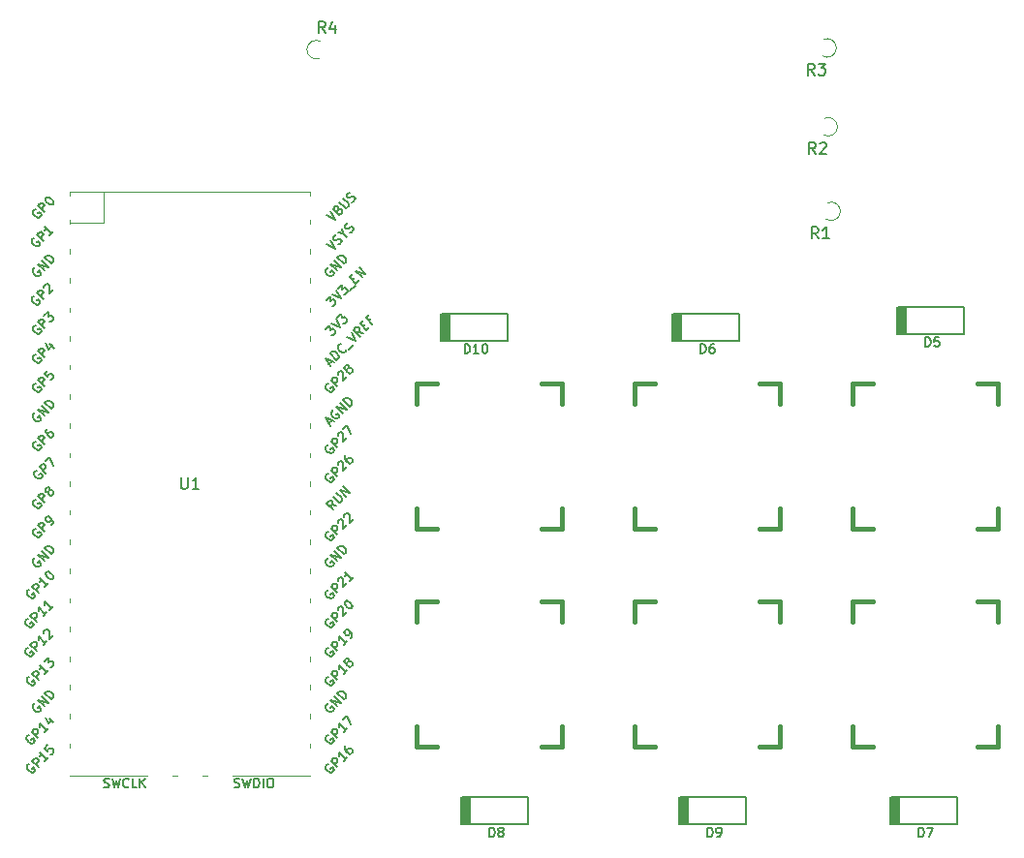
<source format=gto>
%TF.GenerationSoftware,KiCad,Pcbnew,(5.1.9)-1*%
%TF.CreationDate,2021-02-07T17:12:47-05:00*%
%TF.ProjectId,MacroBoard,4d616372-6f42-46f6-9172-642e6b696361,rev?*%
%TF.SameCoordinates,Original*%
%TF.FileFunction,Legend,Top*%
%TF.FilePolarity,Positive*%
%FSLAX46Y46*%
G04 Gerber Fmt 4.6, Leading zero omitted, Abs format (unit mm)*
G04 Created by KiCad (PCBNEW (5.1.9)-1) date 2021-02-07 17:12:47*
%MOMM*%
%LPD*%
G01*
G04 APERTURE LIST*
%ADD10C,0.120000*%
%ADD11C,0.200000*%
%ADD12C,0.381000*%
%ADD13C,0.150000*%
G04 APERTURE END LIST*
D10*
%TO.C,U1*%
X122543750Y-101700000D02*
X122943750Y-101700000D01*
X119943750Y-101700000D02*
X120343750Y-101700000D01*
X131943750Y-101700000D02*
X125143750Y-101700000D01*
X131943750Y-91300000D02*
X131943750Y-91700000D01*
X131943750Y-83600000D02*
X131943750Y-84000000D01*
X131943750Y-58200000D02*
X131943750Y-58600000D01*
X131943750Y-50700000D02*
X131943750Y-51000000D01*
X131943750Y-73500000D02*
X131943750Y-73900000D01*
X131943750Y-88700000D02*
X131943750Y-89100000D01*
X131943750Y-68400000D02*
X131943750Y-68800000D01*
X131943750Y-63300000D02*
X131943750Y-63700000D01*
X131943750Y-76000000D02*
X131943750Y-76400000D01*
X131943750Y-81100000D02*
X131943750Y-81500000D01*
X131943750Y-96300000D02*
X131943750Y-96700000D01*
X131943750Y-98900000D02*
X131943750Y-99300000D01*
X131943750Y-93800000D02*
X131943750Y-94200000D01*
X131943750Y-60800000D02*
X131943750Y-61200000D01*
X131943750Y-53100000D02*
X131943750Y-53500000D01*
X131943750Y-55700000D02*
X131943750Y-56100000D01*
X131943750Y-86200000D02*
X131943750Y-86600000D01*
X131943750Y-78500000D02*
X131943750Y-78900000D01*
X131943750Y-70900000D02*
X131943750Y-71300000D01*
X131943750Y-65800000D02*
X131943750Y-66200000D01*
X110943750Y-98900000D02*
X110943750Y-99300000D01*
X110943750Y-96300000D02*
X110943750Y-96700000D01*
X110943750Y-93800000D02*
X110943750Y-94200000D01*
X110943750Y-91300000D02*
X110943750Y-91700000D01*
X110943750Y-88700000D02*
X110943750Y-89100000D01*
X110943750Y-86200000D02*
X110943750Y-86600000D01*
X110943750Y-83600000D02*
X110943750Y-84000000D01*
X110943750Y-81100000D02*
X110943750Y-81500000D01*
X110943750Y-78500000D02*
X110943750Y-78900000D01*
X110943750Y-76000000D02*
X110943750Y-76400000D01*
X110943750Y-73500000D02*
X110943750Y-73900000D01*
X110943750Y-70900000D02*
X110943750Y-71300000D01*
X110943750Y-68400000D02*
X110943750Y-68800000D01*
X110943750Y-65800000D02*
X110943750Y-66200000D01*
X110943750Y-63300000D02*
X110943750Y-63700000D01*
X110943750Y-60800000D02*
X110943750Y-61200000D01*
X110943750Y-58200000D02*
X110943750Y-58600000D01*
X110943750Y-55700000D02*
X110943750Y-56100000D01*
X110943750Y-53100000D02*
X110943750Y-53500000D01*
X110943750Y-50700000D02*
X110943750Y-51000000D01*
X113950750Y-53367000D02*
X113950750Y-50700000D01*
X110943750Y-53367000D02*
X113950750Y-53367000D01*
X117743750Y-101700000D02*
X110943750Y-101700000D01*
X110943750Y-50700000D02*
X131943750Y-50700000D01*
D11*
%TO.C,D5*%
X184057969Y-60712552D02*
X184057969Y-63112552D01*
X183882969Y-60712552D02*
X183882969Y-63112552D01*
X183707969Y-60712552D02*
X183707969Y-63112552D01*
X183307969Y-63112552D02*
X183307969Y-60712552D01*
X183532969Y-60712552D02*
X183532969Y-63112552D01*
X183407969Y-60712552D02*
X183407969Y-63112552D01*
X183332969Y-60712552D02*
X189132969Y-60712552D01*
X189132969Y-60712552D02*
X189132969Y-63112552D01*
X189132969Y-63112552D02*
X183332969Y-63112552D01*
%TO.C,D6*%
X164412640Y-61307865D02*
X164412640Y-63707865D01*
X164237640Y-61307865D02*
X164237640Y-63707865D01*
X164062640Y-61307865D02*
X164062640Y-63707865D01*
X163662640Y-63707865D02*
X163662640Y-61307865D01*
X163887640Y-61307865D02*
X163887640Y-63707865D01*
X163762640Y-61307865D02*
X163762640Y-63707865D01*
X163687640Y-61307865D02*
X169487640Y-61307865D01*
X169487640Y-61307865D02*
X169487640Y-63707865D01*
X169487640Y-63707865D02*
X163687640Y-63707865D01*
%TO.C,D7*%
X188537656Y-105975088D02*
X182737656Y-105975088D01*
X188537656Y-103575088D02*
X188537656Y-105975088D01*
X182737656Y-103575088D02*
X188537656Y-103575088D01*
X182812656Y-103575088D02*
X182812656Y-105975088D01*
X182937656Y-103575088D02*
X182937656Y-105975088D01*
X182712656Y-105975088D02*
X182712656Y-103575088D01*
X183112656Y-103575088D02*
X183112656Y-105975088D01*
X183287656Y-103575088D02*
X183287656Y-105975088D01*
X183462656Y-103575088D02*
X183462656Y-105975088D01*
%TO.C,D8*%
X151032937Y-105975088D02*
X145232937Y-105975088D01*
X151032937Y-103575088D02*
X151032937Y-105975088D01*
X145232937Y-103575088D02*
X151032937Y-103575088D01*
X145307937Y-103575088D02*
X145307937Y-105975088D01*
X145432937Y-103575088D02*
X145432937Y-105975088D01*
X145207937Y-105975088D02*
X145207937Y-103575088D01*
X145607937Y-103575088D02*
X145607937Y-105975088D01*
X145782937Y-103575088D02*
X145782937Y-105975088D01*
X145957937Y-103575088D02*
X145957937Y-105975088D01*
%TO.C,D9*%
X170082953Y-105975088D02*
X164282953Y-105975088D01*
X170082953Y-103575088D02*
X170082953Y-105975088D01*
X164282953Y-103575088D02*
X170082953Y-103575088D01*
X164357953Y-103575088D02*
X164357953Y-105975088D01*
X164482953Y-103575088D02*
X164482953Y-105975088D01*
X164257953Y-105975088D02*
X164257953Y-103575088D01*
X164657953Y-103575088D02*
X164657953Y-105975088D01*
X164832953Y-103575088D02*
X164832953Y-105975088D01*
X165007953Y-103575088D02*
X165007953Y-105975088D01*
%TO.C,D10*%
X144171998Y-61307865D02*
X144171998Y-63707865D01*
X143996998Y-61307865D02*
X143996998Y-63707865D01*
X143821998Y-61307865D02*
X143821998Y-63707865D01*
X143421998Y-63707865D02*
X143421998Y-61307865D01*
X143646998Y-61307865D02*
X143646998Y-63707865D01*
X143521998Y-61307865D02*
X143521998Y-63707865D01*
X143446998Y-61307865D02*
X149246998Y-61307865D01*
X149246998Y-61307865D02*
X149246998Y-63707865D01*
X149246998Y-63707865D02*
X143446998Y-63707865D01*
D12*
%TO.C,K1*%
X160337500Y-67468750D02*
X162115500Y-67468750D01*
X171259500Y-67468750D02*
X173037500Y-67468750D01*
X173037500Y-67468750D02*
X173037500Y-69246750D01*
X173037500Y-78390750D02*
X173037500Y-80168750D01*
X173037500Y-80168750D02*
X171259500Y-80168750D01*
X162115500Y-80168750D02*
X160337500Y-80168750D01*
X160337500Y-80168750D02*
X160337500Y-78390750D01*
X160337500Y-69246750D02*
X160337500Y-67468750D01*
%TO.C,K2*%
X179387500Y-86518750D02*
X181165500Y-86518750D01*
X190309500Y-86518750D02*
X192087500Y-86518750D01*
X192087500Y-86518750D02*
X192087500Y-88296750D01*
X192087500Y-97440750D02*
X192087500Y-99218750D01*
X192087500Y-99218750D02*
X190309500Y-99218750D01*
X181165500Y-99218750D02*
X179387500Y-99218750D01*
X179387500Y-99218750D02*
X179387500Y-97440750D01*
X179387500Y-88296750D02*
X179387500Y-86518750D01*
%TO.C,K3*%
X141287500Y-88296750D02*
X141287500Y-86518750D01*
X141287500Y-99218750D02*
X141287500Y-97440750D01*
X143065500Y-99218750D02*
X141287500Y-99218750D01*
X153987500Y-99218750D02*
X152209500Y-99218750D01*
X153987500Y-97440750D02*
X153987500Y-99218750D01*
X153987500Y-86518750D02*
X153987500Y-88296750D01*
X152209500Y-86518750D02*
X153987500Y-86518750D01*
X141287500Y-86518750D02*
X143065500Y-86518750D01*
%TO.C,K4*%
X160337500Y-88296750D02*
X160337500Y-86518750D01*
X160337500Y-99218750D02*
X160337500Y-97440750D01*
X162115500Y-99218750D02*
X160337500Y-99218750D01*
X173037500Y-99218750D02*
X171259500Y-99218750D01*
X173037500Y-97440750D02*
X173037500Y-99218750D01*
X173037500Y-86518750D02*
X173037500Y-88296750D01*
X171259500Y-86518750D02*
X173037500Y-86518750D01*
X160337500Y-86518750D02*
X162115500Y-86518750D01*
%TO.C,K5*%
X141287500Y-67468750D02*
X143065500Y-67468750D01*
X152209500Y-67468750D02*
X153987500Y-67468750D01*
X153987500Y-67468750D02*
X153987500Y-69246750D01*
X153987500Y-78390750D02*
X153987500Y-80168750D01*
X153987500Y-80168750D02*
X152209500Y-80168750D01*
X143065500Y-80168750D02*
X141287500Y-80168750D01*
X141287500Y-80168750D02*
X141287500Y-78390750D01*
X141287500Y-69246750D02*
X141287500Y-67468750D01*
%TO.C,K?1*%
X179387500Y-69246750D02*
X179387500Y-67468750D01*
X179387500Y-80168750D02*
X179387500Y-78390750D01*
X181165500Y-80168750D02*
X179387500Y-80168750D01*
X192087500Y-80168750D02*
X190309500Y-80168750D01*
X192087500Y-78390750D02*
X192087500Y-80168750D01*
X192087500Y-67468750D02*
X192087500Y-69246750D01*
X190309500Y-67468750D02*
X192087500Y-67468750D01*
X179387500Y-67468750D02*
X181165500Y-67468750D01*
D10*
%TO.C,R1*%
X177179905Y-51638185D02*
G75*
G02*
X177082867Y-53087544I320095J-749359D01*
G01*
%TO.C,R2*%
X176929905Y-44250641D02*
G75*
G02*
X176832867Y-45700000I320095J-749359D01*
G01*
%TO.C,R3*%
X176829905Y-37350673D02*
G75*
G02*
X176732867Y-38800032I320095J-749359D01*
G01*
%TO.C,R4*%
X132820095Y-38999359D02*
G75*
G02*
X132917133Y-37550000I-320095J749359D01*
G01*
%TO.C,  *%
D13*
%TO.C, *%
%TO.C,U1*%
X120681845Y-75652380D02*
X120681845Y-76461904D01*
X120729464Y-76557142D01*
X120777083Y-76604761D01*
X120872321Y-76652380D01*
X121062797Y-76652380D01*
X121158035Y-76604761D01*
X121205654Y-76557142D01*
X121253273Y-76461904D01*
X121253273Y-75652380D01*
X122253273Y-76652380D02*
X121681845Y-76652380D01*
X121967559Y-76652380D02*
X121967559Y-75652380D01*
X121872321Y-75795238D01*
X121777083Y-75890476D01*
X121681845Y-75938095D01*
X107856846Y-54721218D02*
X107776034Y-54748155D01*
X107695221Y-54828967D01*
X107641347Y-54936717D01*
X107641347Y-55044467D01*
X107668284Y-55125279D01*
X107749096Y-55259966D01*
X107829908Y-55340778D01*
X107964595Y-55421590D01*
X108045408Y-55448528D01*
X108153157Y-55448528D01*
X108260907Y-55394653D01*
X108314782Y-55340778D01*
X108368656Y-55233028D01*
X108368656Y-55179154D01*
X108180095Y-54990592D01*
X108072345Y-55098341D01*
X108664968Y-54990592D02*
X108099282Y-54424906D01*
X108314782Y-54209407D01*
X108395594Y-54182470D01*
X108449469Y-54182470D01*
X108530281Y-54209407D01*
X108611093Y-54290219D01*
X108638030Y-54371032D01*
X108638030Y-54424906D01*
X108611093Y-54505719D01*
X108395594Y-54721218D01*
X109526965Y-54128595D02*
X109203716Y-54451844D01*
X109365340Y-54290219D02*
X108799655Y-53724534D01*
X108826592Y-53859221D01*
X108826592Y-53966971D01*
X108799655Y-54047783D01*
X107856846Y-59811218D02*
X107776034Y-59838155D01*
X107695221Y-59918967D01*
X107641347Y-60026717D01*
X107641347Y-60134467D01*
X107668284Y-60215279D01*
X107749096Y-60349966D01*
X107829908Y-60430778D01*
X107964595Y-60511590D01*
X108045408Y-60538528D01*
X108153157Y-60538528D01*
X108260907Y-60484653D01*
X108314782Y-60430778D01*
X108368656Y-60323028D01*
X108368656Y-60269154D01*
X108180095Y-60080592D01*
X108072345Y-60188341D01*
X108664968Y-60080592D02*
X108099282Y-59514906D01*
X108314782Y-59299407D01*
X108395594Y-59272470D01*
X108449469Y-59272470D01*
X108530281Y-59299407D01*
X108611093Y-59380219D01*
X108638030Y-59461032D01*
X108638030Y-59514906D01*
X108611093Y-59595719D01*
X108395594Y-59811218D01*
X108691905Y-59030033D02*
X108691905Y-58976158D01*
X108718843Y-58895346D01*
X108853530Y-58760659D01*
X108934342Y-58733722D01*
X108988217Y-58733722D01*
X109069029Y-58760659D01*
X109122904Y-58814534D01*
X109176778Y-58922284D01*
X109176778Y-59568781D01*
X109526965Y-59218595D01*
X107956846Y-52191218D02*
X107876034Y-52218155D01*
X107795221Y-52298967D01*
X107741347Y-52406717D01*
X107741347Y-52514467D01*
X107768284Y-52595279D01*
X107849096Y-52729966D01*
X107929908Y-52810778D01*
X108064595Y-52891590D01*
X108145408Y-52918528D01*
X108253157Y-52918528D01*
X108360907Y-52864653D01*
X108414782Y-52810778D01*
X108468656Y-52703028D01*
X108468656Y-52649154D01*
X108280095Y-52460592D01*
X108172345Y-52568341D01*
X108764968Y-52460592D02*
X108199282Y-51894906D01*
X108414782Y-51679407D01*
X108495594Y-51652470D01*
X108549469Y-51652470D01*
X108630281Y-51679407D01*
X108711093Y-51760219D01*
X108738030Y-51841032D01*
X108738030Y-51894906D01*
X108711093Y-51975719D01*
X108495594Y-52191218D01*
X108872717Y-51221471D02*
X108926592Y-51167597D01*
X109007404Y-51140659D01*
X109061279Y-51140659D01*
X109142091Y-51167597D01*
X109276778Y-51248409D01*
X109411465Y-51383096D01*
X109492278Y-51517783D01*
X109519215Y-51598595D01*
X109519215Y-51652470D01*
X109492278Y-51733282D01*
X109438403Y-51787157D01*
X109357591Y-51814094D01*
X109303716Y-51814094D01*
X109222904Y-51787157D01*
X109088217Y-51706345D01*
X108953530Y-51571658D01*
X108872717Y-51436971D01*
X108845780Y-51356158D01*
X108845780Y-51302284D01*
X108872717Y-51221471D01*
X107956846Y-62351218D02*
X107876034Y-62378155D01*
X107795221Y-62458967D01*
X107741347Y-62566717D01*
X107741347Y-62674467D01*
X107768284Y-62755279D01*
X107849096Y-62889966D01*
X107929908Y-62970778D01*
X108064595Y-63051590D01*
X108145408Y-63078528D01*
X108253157Y-63078528D01*
X108360907Y-63024653D01*
X108414782Y-62970778D01*
X108468656Y-62863028D01*
X108468656Y-62809154D01*
X108280095Y-62620592D01*
X108172345Y-62728341D01*
X108764968Y-62620592D02*
X108199282Y-62054906D01*
X108414782Y-61839407D01*
X108495594Y-61812470D01*
X108549469Y-61812470D01*
X108630281Y-61839407D01*
X108711093Y-61920219D01*
X108738030Y-62001032D01*
X108738030Y-62054906D01*
X108711093Y-62135719D01*
X108495594Y-62351218D01*
X108711093Y-61543096D02*
X109061279Y-61192910D01*
X109088217Y-61596971D01*
X109169029Y-61516158D01*
X109249841Y-61489221D01*
X109303716Y-61489221D01*
X109384528Y-61516158D01*
X109519215Y-61650845D01*
X109546152Y-61731658D01*
X109546152Y-61785532D01*
X109519215Y-61866345D01*
X109357591Y-62027969D01*
X109276778Y-62054906D01*
X109222904Y-62054906D01*
X107956846Y-64891218D02*
X107876034Y-64918155D01*
X107795221Y-64998967D01*
X107741347Y-65106717D01*
X107741347Y-65214467D01*
X107768284Y-65295279D01*
X107849096Y-65429966D01*
X107929908Y-65510778D01*
X108064595Y-65591590D01*
X108145408Y-65618528D01*
X108253157Y-65618528D01*
X108360907Y-65564653D01*
X108414782Y-65510778D01*
X108468656Y-65403028D01*
X108468656Y-65349154D01*
X108280095Y-65160592D01*
X108172345Y-65268341D01*
X108764968Y-65160592D02*
X108199282Y-64594906D01*
X108414782Y-64379407D01*
X108495594Y-64352470D01*
X108549469Y-64352470D01*
X108630281Y-64379407D01*
X108711093Y-64460219D01*
X108738030Y-64541032D01*
X108738030Y-64594906D01*
X108711093Y-64675719D01*
X108495594Y-64891218D01*
X109195966Y-63975346D02*
X109573090Y-64352470D01*
X108845780Y-63894534D02*
X109115154Y-64433282D01*
X109465340Y-64083096D01*
X107956846Y-67431218D02*
X107876034Y-67458155D01*
X107795221Y-67538967D01*
X107741347Y-67646717D01*
X107741347Y-67754467D01*
X107768284Y-67835279D01*
X107849096Y-67969966D01*
X107929908Y-68050778D01*
X108064595Y-68131590D01*
X108145408Y-68158528D01*
X108253157Y-68158528D01*
X108360907Y-68104653D01*
X108414782Y-68050778D01*
X108468656Y-67943028D01*
X108468656Y-67889154D01*
X108280095Y-67700592D01*
X108172345Y-67808341D01*
X108764968Y-67700592D02*
X108199282Y-67134906D01*
X108414782Y-66919407D01*
X108495594Y-66892470D01*
X108549469Y-66892470D01*
X108630281Y-66919407D01*
X108711093Y-67000219D01*
X108738030Y-67081032D01*
X108738030Y-67134906D01*
X108711093Y-67215719D01*
X108495594Y-67431218D01*
X109034342Y-66299847D02*
X108764968Y-66569221D01*
X109007404Y-66865532D01*
X109007404Y-66811658D01*
X109034342Y-66730845D01*
X109169029Y-66596158D01*
X109249841Y-66569221D01*
X109303716Y-66569221D01*
X109384528Y-66596158D01*
X109519215Y-66730845D01*
X109546152Y-66811658D01*
X109546152Y-66865532D01*
X109519215Y-66946345D01*
X109384528Y-67081032D01*
X109303716Y-67107969D01*
X109249841Y-67107969D01*
X107956846Y-72511218D02*
X107876034Y-72538155D01*
X107795221Y-72618967D01*
X107741347Y-72726717D01*
X107741347Y-72834467D01*
X107768284Y-72915279D01*
X107849096Y-73049966D01*
X107929908Y-73130778D01*
X108064595Y-73211590D01*
X108145408Y-73238528D01*
X108253157Y-73238528D01*
X108360907Y-73184653D01*
X108414782Y-73130778D01*
X108468656Y-73023028D01*
X108468656Y-72969154D01*
X108280095Y-72780592D01*
X108172345Y-72888341D01*
X108764968Y-72780592D02*
X108199282Y-72214906D01*
X108414782Y-71999407D01*
X108495594Y-71972470D01*
X108549469Y-71972470D01*
X108630281Y-71999407D01*
X108711093Y-72080219D01*
X108738030Y-72161032D01*
X108738030Y-72214906D01*
X108711093Y-72295719D01*
X108495594Y-72511218D01*
X109007404Y-71406784D02*
X108899655Y-71514534D01*
X108872717Y-71595346D01*
X108872717Y-71649221D01*
X108899655Y-71783908D01*
X108980467Y-71918595D01*
X109195966Y-72134094D01*
X109276778Y-72161032D01*
X109330653Y-72161032D01*
X109411465Y-72134094D01*
X109519215Y-72026345D01*
X109546152Y-71945532D01*
X109546152Y-71891658D01*
X109519215Y-71810845D01*
X109384528Y-71676158D01*
X109303716Y-71649221D01*
X109249841Y-71649221D01*
X109169029Y-71676158D01*
X109061279Y-71783908D01*
X109034342Y-71864720D01*
X109034342Y-71918595D01*
X109061279Y-71999407D01*
X108056846Y-75021218D02*
X107976034Y-75048155D01*
X107895221Y-75128967D01*
X107841347Y-75236717D01*
X107841347Y-75344467D01*
X107868284Y-75425279D01*
X107949096Y-75559966D01*
X108029908Y-75640778D01*
X108164595Y-75721590D01*
X108245408Y-75748528D01*
X108353157Y-75748528D01*
X108460907Y-75694653D01*
X108514782Y-75640778D01*
X108568656Y-75533028D01*
X108568656Y-75479154D01*
X108380095Y-75290592D01*
X108272345Y-75398341D01*
X108864968Y-75290592D02*
X108299282Y-74724906D01*
X108514782Y-74509407D01*
X108595594Y-74482470D01*
X108649469Y-74482470D01*
X108730281Y-74509407D01*
X108811093Y-74590219D01*
X108838030Y-74671032D01*
X108838030Y-74724906D01*
X108811093Y-74805719D01*
X108595594Y-75021218D01*
X108811093Y-74213096D02*
X109188217Y-73835972D01*
X109511465Y-74644094D01*
X107956846Y-77591218D02*
X107876034Y-77618155D01*
X107795221Y-77698967D01*
X107741347Y-77806717D01*
X107741347Y-77914467D01*
X107768284Y-77995279D01*
X107849096Y-78129966D01*
X107929908Y-78210778D01*
X108064595Y-78291590D01*
X108145408Y-78318528D01*
X108253157Y-78318528D01*
X108360907Y-78264653D01*
X108414782Y-78210778D01*
X108468656Y-78103028D01*
X108468656Y-78049154D01*
X108280095Y-77860592D01*
X108172345Y-77968341D01*
X108764968Y-77860592D02*
X108199282Y-77294906D01*
X108414782Y-77079407D01*
X108495594Y-77052470D01*
X108549469Y-77052470D01*
X108630281Y-77079407D01*
X108711093Y-77160219D01*
X108738030Y-77241032D01*
X108738030Y-77294906D01*
X108711093Y-77375719D01*
X108495594Y-77591218D01*
X109088217Y-76890845D02*
X109007404Y-76917783D01*
X108953530Y-76917783D01*
X108872717Y-76890845D01*
X108845780Y-76863908D01*
X108818843Y-76783096D01*
X108818843Y-76729221D01*
X108845780Y-76648409D01*
X108953530Y-76540659D01*
X109034342Y-76513722D01*
X109088217Y-76513722D01*
X109169029Y-76540659D01*
X109195966Y-76567597D01*
X109222904Y-76648409D01*
X109222904Y-76702284D01*
X109195966Y-76783096D01*
X109088217Y-76890845D01*
X109061279Y-76971658D01*
X109061279Y-77025532D01*
X109088217Y-77106345D01*
X109195966Y-77214094D01*
X109276778Y-77241032D01*
X109330653Y-77241032D01*
X109411465Y-77214094D01*
X109519215Y-77106345D01*
X109546152Y-77025532D01*
X109546152Y-76971658D01*
X109519215Y-76890845D01*
X109411465Y-76783096D01*
X109330653Y-76756158D01*
X109276778Y-76756158D01*
X109195966Y-76783096D01*
X107956846Y-80131218D02*
X107876034Y-80158155D01*
X107795221Y-80238967D01*
X107741347Y-80346717D01*
X107741347Y-80454467D01*
X107768284Y-80535279D01*
X107849096Y-80669966D01*
X107929908Y-80750778D01*
X108064595Y-80831590D01*
X108145408Y-80858528D01*
X108253157Y-80858528D01*
X108360907Y-80804653D01*
X108414782Y-80750778D01*
X108468656Y-80643028D01*
X108468656Y-80589154D01*
X108280095Y-80400592D01*
X108172345Y-80508341D01*
X108764968Y-80400592D02*
X108199282Y-79834906D01*
X108414782Y-79619407D01*
X108495594Y-79592470D01*
X108549469Y-79592470D01*
X108630281Y-79619407D01*
X108711093Y-79700219D01*
X108738030Y-79781032D01*
X108738030Y-79834906D01*
X108711093Y-79915719D01*
X108495594Y-80131218D01*
X109357591Y-79807969D02*
X109465340Y-79700219D01*
X109492278Y-79619407D01*
X109492278Y-79565532D01*
X109465340Y-79430845D01*
X109384528Y-79296158D01*
X109169029Y-79080659D01*
X109088217Y-79053722D01*
X109034342Y-79053722D01*
X108953530Y-79080659D01*
X108845780Y-79188409D01*
X108818843Y-79269221D01*
X108818843Y-79323096D01*
X108845780Y-79403908D01*
X108980467Y-79538595D01*
X109061279Y-79565532D01*
X109115154Y-79565532D01*
X109195966Y-79538595D01*
X109303716Y-79430845D01*
X109330653Y-79350033D01*
X109330653Y-79296158D01*
X109303716Y-79215346D01*
X107433472Y-85480592D02*
X107352660Y-85507529D01*
X107271847Y-85588341D01*
X107217973Y-85696091D01*
X107217973Y-85803841D01*
X107244910Y-85884653D01*
X107325722Y-86019340D01*
X107406534Y-86100152D01*
X107541221Y-86180964D01*
X107622034Y-86207902D01*
X107729783Y-86207902D01*
X107837533Y-86154027D01*
X107891408Y-86100152D01*
X107945282Y-85992402D01*
X107945282Y-85938528D01*
X107756721Y-85749966D01*
X107648971Y-85857715D01*
X108241594Y-85749966D02*
X107675908Y-85184280D01*
X107891408Y-84968781D01*
X107972220Y-84941844D01*
X108026095Y-84941844D01*
X108106907Y-84968781D01*
X108187719Y-85049593D01*
X108214656Y-85130406D01*
X108214656Y-85184280D01*
X108187719Y-85265093D01*
X107972220Y-85480592D01*
X109103591Y-84887969D02*
X108780342Y-85211218D01*
X108941966Y-85049593D02*
X108376281Y-84483908D01*
X108403218Y-84618595D01*
X108403218Y-84726345D01*
X108376281Y-84807157D01*
X108888091Y-83972097D02*
X108941966Y-83918223D01*
X109022778Y-83891285D01*
X109076653Y-83891285D01*
X109157465Y-83918223D01*
X109292152Y-83999035D01*
X109426839Y-84133722D01*
X109507652Y-84268409D01*
X109534589Y-84349221D01*
X109534589Y-84403096D01*
X109507652Y-84483908D01*
X109453777Y-84537783D01*
X109372965Y-84564720D01*
X109319090Y-84564720D01*
X109238278Y-84537783D01*
X109103591Y-84456971D01*
X108968904Y-84322284D01*
X108888091Y-84187597D01*
X108861154Y-84106784D01*
X108861154Y-84052910D01*
X108888091Y-83972097D01*
X107287472Y-88020592D02*
X107206660Y-88047529D01*
X107125847Y-88128341D01*
X107071973Y-88236091D01*
X107071973Y-88343841D01*
X107098910Y-88424653D01*
X107179722Y-88559340D01*
X107260534Y-88640152D01*
X107395221Y-88720964D01*
X107476034Y-88747902D01*
X107583783Y-88747902D01*
X107691533Y-88694027D01*
X107745408Y-88640152D01*
X107799282Y-88532402D01*
X107799282Y-88478528D01*
X107610721Y-88289966D01*
X107502971Y-88397715D01*
X108095594Y-88289966D02*
X107529908Y-87724280D01*
X107745408Y-87508781D01*
X107826220Y-87481844D01*
X107880095Y-87481844D01*
X107960907Y-87508781D01*
X108041719Y-87589593D01*
X108068656Y-87670406D01*
X108068656Y-87724280D01*
X108041719Y-87805093D01*
X107826220Y-88020592D01*
X108957591Y-87427969D02*
X108634342Y-87751218D01*
X108795966Y-87589593D02*
X108230281Y-87023908D01*
X108257218Y-87158595D01*
X108257218Y-87266345D01*
X108230281Y-87347157D01*
X109496339Y-86889221D02*
X109173090Y-87212470D01*
X109334714Y-87050845D02*
X108769029Y-86485160D01*
X108795966Y-86619847D01*
X108795966Y-86727597D01*
X108769029Y-86808409D01*
X107287472Y-90560592D02*
X107206660Y-90587529D01*
X107125847Y-90668341D01*
X107071973Y-90776091D01*
X107071973Y-90883841D01*
X107098910Y-90964653D01*
X107179722Y-91099340D01*
X107260534Y-91180152D01*
X107395221Y-91260964D01*
X107476034Y-91287902D01*
X107583783Y-91287902D01*
X107691533Y-91234027D01*
X107745408Y-91180152D01*
X107799282Y-91072402D01*
X107799282Y-91018528D01*
X107610721Y-90829966D01*
X107502971Y-90937715D01*
X108095594Y-90829966D02*
X107529908Y-90264280D01*
X107745408Y-90048781D01*
X107826220Y-90021844D01*
X107880095Y-90021844D01*
X107960907Y-90048781D01*
X108041719Y-90129593D01*
X108068656Y-90210406D01*
X108068656Y-90264280D01*
X108041719Y-90345093D01*
X107826220Y-90560592D01*
X108957591Y-89967969D02*
X108634342Y-90291218D01*
X108795966Y-90129593D02*
X108230281Y-89563908D01*
X108257218Y-89698595D01*
X108257218Y-89806345D01*
X108230281Y-89887157D01*
X108661279Y-89240659D02*
X108661279Y-89186784D01*
X108688217Y-89105972D01*
X108822904Y-88971285D01*
X108903716Y-88944348D01*
X108957591Y-88944348D01*
X109038403Y-88971285D01*
X109092278Y-89025160D01*
X109146152Y-89132910D01*
X109146152Y-89779407D01*
X109496339Y-89429221D01*
X107433472Y-93100592D02*
X107352660Y-93127529D01*
X107271847Y-93208341D01*
X107217973Y-93316091D01*
X107217973Y-93423841D01*
X107244910Y-93504653D01*
X107325722Y-93639340D01*
X107406534Y-93720152D01*
X107541221Y-93800964D01*
X107622034Y-93827902D01*
X107729783Y-93827902D01*
X107837533Y-93774027D01*
X107891408Y-93720152D01*
X107945282Y-93612402D01*
X107945282Y-93558528D01*
X107756721Y-93369966D01*
X107648971Y-93477715D01*
X108241594Y-93369966D02*
X107675908Y-92804280D01*
X107891408Y-92588781D01*
X107972220Y-92561844D01*
X108026095Y-92561844D01*
X108106907Y-92588781D01*
X108187719Y-92669593D01*
X108214656Y-92750406D01*
X108214656Y-92804280D01*
X108187719Y-92885093D01*
X107972220Y-93100592D01*
X109103591Y-92507969D02*
X108780342Y-92831218D01*
X108941966Y-92669593D02*
X108376281Y-92103908D01*
X108403218Y-92238595D01*
X108403218Y-92346345D01*
X108376281Y-92427157D01*
X108726467Y-91753722D02*
X109076653Y-91403536D01*
X109103591Y-91807597D01*
X109184403Y-91726784D01*
X109265215Y-91699847D01*
X109319090Y-91699847D01*
X109399902Y-91726784D01*
X109534589Y-91861471D01*
X109561526Y-91942284D01*
X109561526Y-91996158D01*
X109534589Y-92076971D01*
X109372965Y-92238595D01*
X109292152Y-92265532D01*
X109238278Y-92265532D01*
X107387472Y-98180592D02*
X107306660Y-98207529D01*
X107225847Y-98288341D01*
X107171973Y-98396091D01*
X107171973Y-98503841D01*
X107198910Y-98584653D01*
X107279722Y-98719340D01*
X107360534Y-98800152D01*
X107495221Y-98880964D01*
X107576034Y-98907902D01*
X107683783Y-98907902D01*
X107791533Y-98854027D01*
X107845408Y-98800152D01*
X107899282Y-98692402D01*
X107899282Y-98638528D01*
X107710721Y-98449966D01*
X107602971Y-98557715D01*
X108195594Y-98449966D02*
X107629908Y-97884280D01*
X107845408Y-97668781D01*
X107926220Y-97641844D01*
X107980095Y-97641844D01*
X108060907Y-97668781D01*
X108141719Y-97749593D01*
X108168656Y-97830406D01*
X108168656Y-97884280D01*
X108141719Y-97965093D01*
X107926220Y-98180592D01*
X109057591Y-97587969D02*
X108734342Y-97911218D01*
X108895966Y-97749593D02*
X108330281Y-97183908D01*
X108357218Y-97318595D01*
X108357218Y-97426345D01*
X108330281Y-97507157D01*
X109165340Y-96725972D02*
X109542464Y-97103096D01*
X108815154Y-96645160D02*
X109084528Y-97183908D01*
X109434714Y-96833722D01*
X107433472Y-100720592D02*
X107352660Y-100747529D01*
X107271847Y-100828341D01*
X107217973Y-100936091D01*
X107217973Y-101043841D01*
X107244910Y-101124653D01*
X107325722Y-101259340D01*
X107406534Y-101340152D01*
X107541221Y-101420964D01*
X107622034Y-101447902D01*
X107729783Y-101447902D01*
X107837533Y-101394027D01*
X107891408Y-101340152D01*
X107945282Y-101232402D01*
X107945282Y-101178528D01*
X107756721Y-100989966D01*
X107648971Y-101097715D01*
X108241594Y-100989966D02*
X107675908Y-100424280D01*
X107891408Y-100208781D01*
X107972220Y-100181844D01*
X108026095Y-100181844D01*
X108106907Y-100208781D01*
X108187719Y-100289593D01*
X108214656Y-100370406D01*
X108214656Y-100424280D01*
X108187719Y-100505093D01*
X107972220Y-100720592D01*
X109103591Y-100127969D02*
X108780342Y-100451218D01*
X108941966Y-100289593D02*
X108376281Y-99723908D01*
X108403218Y-99858595D01*
X108403218Y-99966345D01*
X108376281Y-100047157D01*
X109049716Y-99050473D02*
X108780342Y-99319847D01*
X109022778Y-99616158D01*
X109022778Y-99562284D01*
X109049716Y-99481471D01*
X109184403Y-99346784D01*
X109265215Y-99319847D01*
X109319090Y-99319847D01*
X109399902Y-99346784D01*
X109534589Y-99481471D01*
X109561526Y-99562284D01*
X109561526Y-99616158D01*
X109534589Y-99696971D01*
X109399902Y-99831658D01*
X109319090Y-99858595D01*
X109265215Y-99858595D01*
X133541472Y-100720592D02*
X133460660Y-100747529D01*
X133379847Y-100828341D01*
X133325973Y-100936091D01*
X133325973Y-101043841D01*
X133352910Y-101124653D01*
X133433722Y-101259340D01*
X133514534Y-101340152D01*
X133649221Y-101420964D01*
X133730034Y-101447902D01*
X133837783Y-101447902D01*
X133945533Y-101394027D01*
X133999408Y-101340152D01*
X134053282Y-101232402D01*
X134053282Y-101178528D01*
X133864721Y-100989966D01*
X133756971Y-101097715D01*
X134349594Y-100989966D02*
X133783908Y-100424280D01*
X133999408Y-100208781D01*
X134080220Y-100181844D01*
X134134095Y-100181844D01*
X134214907Y-100208781D01*
X134295719Y-100289593D01*
X134322656Y-100370406D01*
X134322656Y-100424280D01*
X134295719Y-100505093D01*
X134080220Y-100720592D01*
X135211591Y-100127969D02*
X134888342Y-100451218D01*
X135049966Y-100289593D02*
X134484281Y-99723908D01*
X134511218Y-99858595D01*
X134511218Y-99966345D01*
X134484281Y-100047157D01*
X135130778Y-99077410D02*
X135023029Y-99185160D01*
X134996091Y-99265972D01*
X134996091Y-99319847D01*
X135023029Y-99454534D01*
X135103841Y-99589221D01*
X135319340Y-99804720D01*
X135400152Y-99831658D01*
X135454027Y-99831658D01*
X135534839Y-99804720D01*
X135642589Y-99696971D01*
X135669526Y-99616158D01*
X135669526Y-99562284D01*
X135642589Y-99481471D01*
X135507902Y-99346784D01*
X135427090Y-99319847D01*
X135373215Y-99319847D01*
X135292403Y-99346784D01*
X135184653Y-99454534D01*
X135157716Y-99535346D01*
X135157716Y-99589221D01*
X135184653Y-99670033D01*
X133541472Y-98180592D02*
X133460660Y-98207529D01*
X133379847Y-98288341D01*
X133325973Y-98396091D01*
X133325973Y-98503841D01*
X133352910Y-98584653D01*
X133433722Y-98719340D01*
X133514534Y-98800152D01*
X133649221Y-98880964D01*
X133730034Y-98907902D01*
X133837783Y-98907902D01*
X133945533Y-98854027D01*
X133999408Y-98800152D01*
X134053282Y-98692402D01*
X134053282Y-98638528D01*
X133864721Y-98449966D01*
X133756971Y-98557715D01*
X134349594Y-98449966D02*
X133783908Y-97884280D01*
X133999408Y-97668781D01*
X134080220Y-97641844D01*
X134134095Y-97641844D01*
X134214907Y-97668781D01*
X134295719Y-97749593D01*
X134322656Y-97830406D01*
X134322656Y-97884280D01*
X134295719Y-97965093D01*
X134080220Y-98180592D01*
X135211591Y-97587969D02*
X134888342Y-97911218D01*
X135049966Y-97749593D02*
X134484281Y-97183908D01*
X134511218Y-97318595D01*
X134511218Y-97426345D01*
X134484281Y-97507157D01*
X134834467Y-96833722D02*
X135211591Y-96456598D01*
X135534839Y-97264720D01*
X133541472Y-93100592D02*
X133460660Y-93127529D01*
X133379847Y-93208341D01*
X133325973Y-93316091D01*
X133325973Y-93423841D01*
X133352910Y-93504653D01*
X133433722Y-93639340D01*
X133514534Y-93720152D01*
X133649221Y-93800964D01*
X133730034Y-93827902D01*
X133837783Y-93827902D01*
X133945533Y-93774027D01*
X133999408Y-93720152D01*
X134053282Y-93612402D01*
X134053282Y-93558528D01*
X133864721Y-93369966D01*
X133756971Y-93477715D01*
X134349594Y-93369966D02*
X133783908Y-92804280D01*
X133999408Y-92588781D01*
X134080220Y-92561844D01*
X134134095Y-92561844D01*
X134214907Y-92588781D01*
X134295719Y-92669593D01*
X134322656Y-92750406D01*
X134322656Y-92804280D01*
X134295719Y-92885093D01*
X134080220Y-93100592D01*
X135211591Y-92507969D02*
X134888342Y-92831218D01*
X135049966Y-92669593D02*
X134484281Y-92103908D01*
X134511218Y-92238595D01*
X134511218Y-92346345D01*
X134484281Y-92427157D01*
X135211591Y-91861471D02*
X135130778Y-91888409D01*
X135076904Y-91888409D01*
X134996091Y-91861471D01*
X134969154Y-91834534D01*
X134942217Y-91753722D01*
X134942217Y-91699847D01*
X134969154Y-91619035D01*
X135076904Y-91511285D01*
X135157716Y-91484348D01*
X135211591Y-91484348D01*
X135292403Y-91511285D01*
X135319340Y-91538223D01*
X135346278Y-91619035D01*
X135346278Y-91672910D01*
X135319340Y-91753722D01*
X135211591Y-91861471D01*
X135184653Y-91942284D01*
X135184653Y-91996158D01*
X135211591Y-92076971D01*
X135319340Y-92184720D01*
X135400152Y-92211658D01*
X135454027Y-92211658D01*
X135534839Y-92184720D01*
X135642589Y-92076971D01*
X135669526Y-91996158D01*
X135669526Y-91942284D01*
X135642589Y-91861471D01*
X135534839Y-91753722D01*
X135454027Y-91726784D01*
X135400152Y-91726784D01*
X135319340Y-91753722D01*
X133541472Y-90560592D02*
X133460660Y-90587529D01*
X133379847Y-90668341D01*
X133325973Y-90776091D01*
X133325973Y-90883841D01*
X133352910Y-90964653D01*
X133433722Y-91099340D01*
X133514534Y-91180152D01*
X133649221Y-91260964D01*
X133730034Y-91287902D01*
X133837783Y-91287902D01*
X133945533Y-91234027D01*
X133999408Y-91180152D01*
X134053282Y-91072402D01*
X134053282Y-91018528D01*
X133864721Y-90829966D01*
X133756971Y-90937715D01*
X134349594Y-90829966D02*
X133783908Y-90264280D01*
X133999408Y-90048781D01*
X134080220Y-90021844D01*
X134134095Y-90021844D01*
X134214907Y-90048781D01*
X134295719Y-90129593D01*
X134322656Y-90210406D01*
X134322656Y-90264280D01*
X134295719Y-90345093D01*
X134080220Y-90560592D01*
X135211591Y-89967969D02*
X134888342Y-90291218D01*
X135049966Y-90129593D02*
X134484281Y-89563908D01*
X134511218Y-89698595D01*
X134511218Y-89806345D01*
X134484281Y-89887157D01*
X135480965Y-89698595D02*
X135588714Y-89590845D01*
X135615652Y-89510033D01*
X135615652Y-89456158D01*
X135588714Y-89321471D01*
X135507902Y-89186784D01*
X135292403Y-88971285D01*
X135211591Y-88944348D01*
X135157716Y-88944348D01*
X135076904Y-88971285D01*
X134969154Y-89079035D01*
X134942217Y-89159847D01*
X134942217Y-89213722D01*
X134969154Y-89294534D01*
X135103841Y-89429221D01*
X135184653Y-89456158D01*
X135238528Y-89456158D01*
X135319340Y-89429221D01*
X135427090Y-89321471D01*
X135454027Y-89240659D01*
X135454027Y-89186784D01*
X135427090Y-89105972D01*
X133541472Y-88020592D02*
X133460660Y-88047529D01*
X133379847Y-88128341D01*
X133325973Y-88236091D01*
X133325973Y-88343841D01*
X133352910Y-88424653D01*
X133433722Y-88559340D01*
X133514534Y-88640152D01*
X133649221Y-88720964D01*
X133730034Y-88747902D01*
X133837783Y-88747902D01*
X133945533Y-88694027D01*
X133999408Y-88640152D01*
X134053282Y-88532402D01*
X134053282Y-88478528D01*
X133864721Y-88289966D01*
X133756971Y-88397715D01*
X134349594Y-88289966D02*
X133783908Y-87724280D01*
X133999408Y-87508781D01*
X134080220Y-87481844D01*
X134134095Y-87481844D01*
X134214907Y-87508781D01*
X134295719Y-87589593D01*
X134322656Y-87670406D01*
X134322656Y-87724280D01*
X134295719Y-87805093D01*
X134080220Y-88020592D01*
X134376531Y-87239407D02*
X134376531Y-87185532D01*
X134403469Y-87104720D01*
X134538156Y-86970033D01*
X134618968Y-86943096D01*
X134672843Y-86943096D01*
X134753655Y-86970033D01*
X134807530Y-87023908D01*
X134861404Y-87131658D01*
X134861404Y-87778155D01*
X135211591Y-87427969D01*
X134996091Y-86512097D02*
X135049966Y-86458223D01*
X135130778Y-86431285D01*
X135184653Y-86431285D01*
X135265465Y-86458223D01*
X135400152Y-86539035D01*
X135534839Y-86673722D01*
X135615652Y-86808409D01*
X135642589Y-86889221D01*
X135642589Y-86943096D01*
X135615652Y-87023908D01*
X135561777Y-87077783D01*
X135480965Y-87104720D01*
X135427090Y-87104720D01*
X135346278Y-87077783D01*
X135211591Y-86996971D01*
X135076904Y-86862284D01*
X134996091Y-86727597D01*
X134969154Y-86646784D01*
X134969154Y-86592910D01*
X134996091Y-86512097D01*
X133541472Y-85490592D02*
X133460660Y-85517529D01*
X133379847Y-85598341D01*
X133325973Y-85706091D01*
X133325973Y-85813841D01*
X133352910Y-85894653D01*
X133433722Y-86029340D01*
X133514534Y-86110152D01*
X133649221Y-86190964D01*
X133730034Y-86217902D01*
X133837783Y-86217902D01*
X133945533Y-86164027D01*
X133999408Y-86110152D01*
X134053282Y-86002402D01*
X134053282Y-85948528D01*
X133864721Y-85759966D01*
X133756971Y-85867715D01*
X134349594Y-85759966D02*
X133783908Y-85194280D01*
X133999408Y-84978781D01*
X134080220Y-84951844D01*
X134134095Y-84951844D01*
X134214907Y-84978781D01*
X134295719Y-85059593D01*
X134322656Y-85140406D01*
X134322656Y-85194280D01*
X134295719Y-85275093D01*
X134080220Y-85490592D01*
X134376531Y-84709407D02*
X134376531Y-84655532D01*
X134403469Y-84574720D01*
X134538156Y-84440033D01*
X134618968Y-84413096D01*
X134672843Y-84413096D01*
X134753655Y-84440033D01*
X134807530Y-84493908D01*
X134861404Y-84601658D01*
X134861404Y-85248155D01*
X135211591Y-84897969D01*
X135750339Y-84359221D02*
X135427090Y-84682470D01*
X135588714Y-84520845D02*
X135023029Y-83955160D01*
X135049966Y-84089847D01*
X135049966Y-84197597D01*
X135023029Y-84278409D01*
X133541472Y-80400592D02*
X133460660Y-80427529D01*
X133379847Y-80508341D01*
X133325973Y-80616091D01*
X133325973Y-80723841D01*
X133352910Y-80804653D01*
X133433722Y-80939340D01*
X133514534Y-81020152D01*
X133649221Y-81100964D01*
X133730034Y-81127902D01*
X133837783Y-81127902D01*
X133945533Y-81074027D01*
X133999408Y-81020152D01*
X134053282Y-80912402D01*
X134053282Y-80858528D01*
X133864721Y-80669966D01*
X133756971Y-80777715D01*
X134349594Y-80669966D02*
X133783908Y-80104280D01*
X133999408Y-79888781D01*
X134080220Y-79861844D01*
X134134095Y-79861844D01*
X134214907Y-79888781D01*
X134295719Y-79969593D01*
X134322656Y-80050406D01*
X134322656Y-80104280D01*
X134295719Y-80185093D01*
X134080220Y-80400592D01*
X134376531Y-79619407D02*
X134376531Y-79565532D01*
X134403469Y-79484720D01*
X134538156Y-79350033D01*
X134618968Y-79323096D01*
X134672843Y-79323096D01*
X134753655Y-79350033D01*
X134807530Y-79403908D01*
X134861404Y-79511658D01*
X134861404Y-80158155D01*
X135211591Y-79807969D01*
X134915279Y-79080659D02*
X134915279Y-79026784D01*
X134942217Y-78945972D01*
X135076904Y-78811285D01*
X135157716Y-78784348D01*
X135211591Y-78784348D01*
X135292403Y-78811285D01*
X135346278Y-78865160D01*
X135400152Y-78972910D01*
X135400152Y-79619407D01*
X135750339Y-79269221D01*
X134282125Y-78143435D02*
X133824189Y-78062622D01*
X133958876Y-78466683D02*
X133393191Y-77900998D01*
X133608690Y-77685499D01*
X133689502Y-77658561D01*
X133743377Y-77658561D01*
X133824189Y-77685499D01*
X133905001Y-77766311D01*
X133931939Y-77847123D01*
X133931939Y-77900998D01*
X133905001Y-77981810D01*
X133689502Y-78197309D01*
X133958876Y-77335312D02*
X134416812Y-77793248D01*
X134497624Y-77820186D01*
X134551499Y-77820186D01*
X134632311Y-77793248D01*
X134740061Y-77685499D01*
X134766998Y-77604687D01*
X134766998Y-77550812D01*
X134740061Y-77469999D01*
X134282125Y-77012064D01*
X135117185Y-77308375D02*
X134551499Y-76742690D01*
X135440433Y-76985126D01*
X134874748Y-76419441D01*
X133541472Y-75320592D02*
X133460660Y-75347529D01*
X133379847Y-75428341D01*
X133325973Y-75536091D01*
X133325973Y-75643841D01*
X133352910Y-75724653D01*
X133433722Y-75859340D01*
X133514534Y-75940152D01*
X133649221Y-76020964D01*
X133730034Y-76047902D01*
X133837783Y-76047902D01*
X133945533Y-75994027D01*
X133999408Y-75940152D01*
X134053282Y-75832402D01*
X134053282Y-75778528D01*
X133864721Y-75589966D01*
X133756971Y-75697715D01*
X134349594Y-75589966D02*
X133783908Y-75024280D01*
X133999408Y-74808781D01*
X134080220Y-74781844D01*
X134134095Y-74781844D01*
X134214907Y-74808781D01*
X134295719Y-74889593D01*
X134322656Y-74970406D01*
X134322656Y-75024280D01*
X134295719Y-75105093D01*
X134080220Y-75320592D01*
X134376531Y-74539407D02*
X134376531Y-74485532D01*
X134403469Y-74404720D01*
X134538156Y-74270033D01*
X134618968Y-74243096D01*
X134672843Y-74243096D01*
X134753655Y-74270033D01*
X134807530Y-74323908D01*
X134861404Y-74431658D01*
X134861404Y-75078155D01*
X135211591Y-74727969D01*
X135130778Y-73677410D02*
X135023029Y-73785160D01*
X134996091Y-73865972D01*
X134996091Y-73919847D01*
X135023029Y-74054534D01*
X135103841Y-74189221D01*
X135319340Y-74404720D01*
X135400152Y-74431658D01*
X135454027Y-74431658D01*
X135534839Y-74404720D01*
X135642589Y-74296971D01*
X135669526Y-74216158D01*
X135669526Y-74162284D01*
X135642589Y-74081471D01*
X135507902Y-73946784D01*
X135427090Y-73919847D01*
X135373215Y-73919847D01*
X135292403Y-73946784D01*
X135184653Y-74054534D01*
X135157716Y-74135346D01*
X135157716Y-74189221D01*
X135184653Y-74270033D01*
X133541472Y-72790592D02*
X133460660Y-72817529D01*
X133379847Y-72898341D01*
X133325973Y-73006091D01*
X133325973Y-73113841D01*
X133352910Y-73194653D01*
X133433722Y-73329340D01*
X133514534Y-73410152D01*
X133649221Y-73490964D01*
X133730034Y-73517902D01*
X133837783Y-73517902D01*
X133945533Y-73464027D01*
X133999408Y-73410152D01*
X134053282Y-73302402D01*
X134053282Y-73248528D01*
X133864721Y-73059966D01*
X133756971Y-73167715D01*
X134349594Y-73059966D02*
X133783908Y-72494280D01*
X133999408Y-72278781D01*
X134080220Y-72251844D01*
X134134095Y-72251844D01*
X134214907Y-72278781D01*
X134295719Y-72359593D01*
X134322656Y-72440406D01*
X134322656Y-72494280D01*
X134295719Y-72575093D01*
X134080220Y-72790592D01*
X134376531Y-72009407D02*
X134376531Y-71955532D01*
X134403469Y-71874720D01*
X134538156Y-71740033D01*
X134618968Y-71713096D01*
X134672843Y-71713096D01*
X134753655Y-71740033D01*
X134807530Y-71793908D01*
X134861404Y-71901658D01*
X134861404Y-72548155D01*
X135211591Y-72197969D01*
X134834467Y-71443722D02*
X135211591Y-71066598D01*
X135534839Y-71874720D01*
X133541472Y-67446592D02*
X133460660Y-67473529D01*
X133379847Y-67554341D01*
X133325973Y-67662091D01*
X133325973Y-67769841D01*
X133352910Y-67850653D01*
X133433722Y-67985340D01*
X133514534Y-68066152D01*
X133649221Y-68146964D01*
X133730034Y-68173902D01*
X133837783Y-68173902D01*
X133945533Y-68120027D01*
X133999408Y-68066152D01*
X134053282Y-67958402D01*
X134053282Y-67904528D01*
X133864721Y-67715966D01*
X133756971Y-67823715D01*
X134349594Y-67715966D02*
X133783908Y-67150280D01*
X133999408Y-66934781D01*
X134080220Y-66907844D01*
X134134095Y-66907844D01*
X134214907Y-66934781D01*
X134295719Y-67015593D01*
X134322656Y-67096406D01*
X134322656Y-67150280D01*
X134295719Y-67231093D01*
X134080220Y-67446592D01*
X134376531Y-66665407D02*
X134376531Y-66611532D01*
X134403469Y-66530720D01*
X134538156Y-66396033D01*
X134618968Y-66369096D01*
X134672843Y-66369096D01*
X134753655Y-66396033D01*
X134807530Y-66449908D01*
X134861404Y-66557658D01*
X134861404Y-67204155D01*
X135211591Y-66853969D01*
X135211591Y-66207471D02*
X135130778Y-66234409D01*
X135076904Y-66234409D01*
X134996091Y-66207471D01*
X134969154Y-66180534D01*
X134942217Y-66099722D01*
X134942217Y-66045847D01*
X134969154Y-65965035D01*
X135076904Y-65857285D01*
X135157716Y-65830348D01*
X135211591Y-65830348D01*
X135292403Y-65857285D01*
X135319340Y-65884223D01*
X135346278Y-65965035D01*
X135346278Y-66018910D01*
X135319340Y-66099722D01*
X135211591Y-66207471D01*
X135184653Y-66288284D01*
X135184653Y-66342158D01*
X135211591Y-66422971D01*
X135319340Y-66530720D01*
X135400152Y-66557658D01*
X135454027Y-66557658D01*
X135534839Y-66530720D01*
X135642589Y-66422971D01*
X135669526Y-66342158D01*
X135669526Y-66288284D01*
X135642589Y-66207471D01*
X135534839Y-66099722D01*
X135454027Y-66072784D01*
X135400152Y-66072784D01*
X135319340Y-66099722D01*
X133598538Y-65733773D02*
X133867912Y-65464399D01*
X133706287Y-65949272D02*
X133329164Y-65195025D01*
X134083411Y-65572149D01*
X134271973Y-65383587D02*
X133706287Y-64817902D01*
X133840974Y-64683215D01*
X133948724Y-64629340D01*
X134056473Y-64629340D01*
X134137286Y-64656277D01*
X134271973Y-64737089D01*
X134352785Y-64817902D01*
X134433597Y-64952589D01*
X134460534Y-65033401D01*
X134460534Y-65141150D01*
X134406660Y-65248900D01*
X134271973Y-65383587D01*
X135107032Y-64440778D02*
X135107032Y-64494653D01*
X135053157Y-64602402D01*
X134999282Y-64656277D01*
X134891533Y-64710152D01*
X134783783Y-64710152D01*
X134702971Y-64683215D01*
X134568284Y-64602402D01*
X134487472Y-64521590D01*
X134406660Y-64386903D01*
X134379722Y-64306091D01*
X134379722Y-64198341D01*
X134433597Y-64090592D01*
X134487472Y-64036717D01*
X134595221Y-63982842D01*
X134649096Y-63982842D01*
X135322531Y-64440778D02*
X135753530Y-64009780D01*
X135187844Y-63336345D02*
X135942091Y-63713468D01*
X135564968Y-62959221D01*
X136642464Y-63013096D02*
X136184528Y-62932284D01*
X136319215Y-63336345D02*
X135753530Y-62770659D01*
X135969029Y-62555160D01*
X136049841Y-62528223D01*
X136103716Y-62528223D01*
X136184528Y-62555160D01*
X136265340Y-62635972D01*
X136292278Y-62716784D01*
X136292278Y-62770659D01*
X136265340Y-62851471D01*
X136049841Y-63066971D01*
X136588589Y-62474348D02*
X136777151Y-62285786D01*
X137154274Y-62501285D02*
X136884900Y-62770659D01*
X136319215Y-62204974D01*
X136588589Y-61935600D01*
X137288961Y-61773975D02*
X137100400Y-61962537D01*
X137396711Y-62258849D02*
X136831026Y-61693163D01*
X137100400Y-61423789D01*
X133333597Y-62690592D02*
X133683783Y-62340406D01*
X133710721Y-62744467D01*
X133791533Y-62663654D01*
X133872345Y-62636717D01*
X133926220Y-62636717D01*
X134007032Y-62663654D01*
X134141719Y-62798341D01*
X134168656Y-62879154D01*
X134168656Y-62933028D01*
X134141719Y-63013841D01*
X133980095Y-63175465D01*
X133899282Y-63202402D01*
X133845408Y-63202402D01*
X133845408Y-62178781D02*
X134599655Y-62555905D01*
X134222531Y-61801658D01*
X134357218Y-61666971D02*
X134707404Y-61316784D01*
X134734342Y-61720845D01*
X134815154Y-61640033D01*
X134895966Y-61613096D01*
X134949841Y-61613096D01*
X135030653Y-61640033D01*
X135165340Y-61774720D01*
X135192278Y-61855532D01*
X135192278Y-61909407D01*
X135165340Y-61990219D01*
X135003716Y-62151844D01*
X134922904Y-62178781D01*
X134869029Y-62178781D01*
X133365881Y-60158308D02*
X133716067Y-59808122D01*
X133743005Y-60212183D01*
X133823817Y-60131370D01*
X133904629Y-60104433D01*
X133958504Y-60104433D01*
X134039316Y-60131370D01*
X134174003Y-60266057D01*
X134200940Y-60346870D01*
X134200940Y-60400744D01*
X134174003Y-60481557D01*
X134012379Y-60643181D01*
X133931566Y-60670118D01*
X133877692Y-60670118D01*
X133877692Y-59646497D02*
X134631939Y-60023621D01*
X134254815Y-59269374D01*
X134389502Y-59134687D02*
X134739688Y-58784500D01*
X134766626Y-59188561D01*
X134847438Y-59107749D01*
X134928250Y-59080812D01*
X134982125Y-59080812D01*
X135062937Y-59107749D01*
X135197624Y-59242436D01*
X135224562Y-59323248D01*
X135224562Y-59377123D01*
X135197624Y-59457935D01*
X135036000Y-59619560D01*
X134955188Y-59646497D01*
X134901313Y-59646497D01*
X135466998Y-59296311D02*
X135897997Y-58865312D01*
X135682498Y-58380439D02*
X135871059Y-58191877D01*
X136248183Y-58407377D02*
X135978809Y-58676751D01*
X135413124Y-58111065D01*
X135682498Y-57841691D01*
X136490620Y-58164940D02*
X135924934Y-57599255D01*
X136813868Y-57841691D01*
X136248183Y-57276006D01*
X133364223Y-55269966D02*
X134118470Y-55647089D01*
X133741347Y-54892842D01*
X134441719Y-55269966D02*
X134549469Y-55216091D01*
X134684156Y-55081404D01*
X134711093Y-55000592D01*
X134711093Y-54946717D01*
X134684156Y-54865905D01*
X134630281Y-54812030D01*
X134549469Y-54785093D01*
X134495594Y-54785093D01*
X134414782Y-54812030D01*
X134280095Y-54892842D01*
X134199282Y-54919780D01*
X134145408Y-54919780D01*
X134064595Y-54892842D01*
X134010721Y-54838967D01*
X133983783Y-54758155D01*
X133983783Y-54704280D01*
X134010721Y-54623468D01*
X134145408Y-54488781D01*
X134253157Y-54434906D01*
X134872717Y-54354094D02*
X135142091Y-54623468D01*
X134387844Y-54246345D02*
X134872717Y-54354094D01*
X134764968Y-53869221D01*
X135465340Y-54246345D02*
X135573090Y-54192470D01*
X135707777Y-54057783D01*
X135734714Y-53976971D01*
X135734714Y-53923096D01*
X135707777Y-53842284D01*
X135653902Y-53788409D01*
X135573090Y-53761471D01*
X135519215Y-53761471D01*
X135438403Y-53788409D01*
X135303716Y-53869221D01*
X135222904Y-53896158D01*
X135169029Y-53896158D01*
X135088217Y-53869221D01*
X135034342Y-53815346D01*
X135007404Y-53734534D01*
X135007404Y-53680659D01*
X135034342Y-53599847D01*
X135169029Y-53465160D01*
X135276778Y-53411285D01*
X133396879Y-52727309D02*
X134151127Y-53104433D01*
X133774003Y-52350186D01*
X134420501Y-52242436D02*
X134528250Y-52188561D01*
X134582125Y-52188561D01*
X134662937Y-52215499D01*
X134743750Y-52296311D01*
X134770687Y-52377123D01*
X134770687Y-52430998D01*
X134743750Y-52511810D01*
X134528250Y-52727309D01*
X133962565Y-52161624D01*
X134151127Y-51973062D01*
X134231939Y-51946125D01*
X134285814Y-51946125D01*
X134366626Y-51973062D01*
X134420501Y-52026937D01*
X134447438Y-52107749D01*
X134447438Y-52161624D01*
X134420501Y-52242436D01*
X134231939Y-52430998D01*
X134528250Y-51595938D02*
X134986186Y-52053874D01*
X135066998Y-52080812D01*
X135120873Y-52080812D01*
X135201685Y-52053874D01*
X135309435Y-51946125D01*
X135336372Y-51865312D01*
X135336372Y-51811438D01*
X135309435Y-51730625D01*
X134851499Y-51272690D01*
X135632684Y-51569001D02*
X135740433Y-51515126D01*
X135875120Y-51380439D01*
X135902058Y-51299627D01*
X135902058Y-51245752D01*
X135875120Y-51164940D01*
X135821246Y-51111065D01*
X135740433Y-51084128D01*
X135686559Y-51084128D01*
X135605746Y-51111065D01*
X135471059Y-51191877D01*
X135390247Y-51218815D01*
X135336372Y-51218815D01*
X135255560Y-51191877D01*
X135201685Y-51138003D01*
X135174748Y-51057190D01*
X135174748Y-51003316D01*
X135201685Y-50922503D01*
X135336372Y-50787816D01*
X135444122Y-50733942D01*
X107929908Y-57298155D02*
X107849096Y-57325093D01*
X107768284Y-57405905D01*
X107714409Y-57513654D01*
X107714409Y-57621404D01*
X107741347Y-57702216D01*
X107822159Y-57836903D01*
X107902971Y-57917715D01*
X108037658Y-57998528D01*
X108118470Y-58025465D01*
X108226220Y-58025465D01*
X108333969Y-57971590D01*
X108387844Y-57917715D01*
X108441719Y-57809966D01*
X108441719Y-57756091D01*
X108253157Y-57567529D01*
X108145408Y-57675279D01*
X108738030Y-57567529D02*
X108172345Y-57001844D01*
X109061279Y-57244280D01*
X108495594Y-56678595D01*
X109330653Y-56974906D02*
X108764968Y-56409221D01*
X108899655Y-56274534D01*
X109007404Y-56220659D01*
X109115154Y-56220659D01*
X109195966Y-56247597D01*
X109330653Y-56328409D01*
X109411465Y-56409221D01*
X109492278Y-56543908D01*
X109519215Y-56624720D01*
X109519215Y-56732470D01*
X109465340Y-56840219D01*
X109330653Y-56974906D01*
X107929908Y-69998155D02*
X107849096Y-70025093D01*
X107768284Y-70105905D01*
X107714409Y-70213654D01*
X107714409Y-70321404D01*
X107741347Y-70402216D01*
X107822159Y-70536903D01*
X107902971Y-70617715D01*
X108037658Y-70698528D01*
X108118470Y-70725465D01*
X108226220Y-70725465D01*
X108333969Y-70671590D01*
X108387844Y-70617715D01*
X108441719Y-70509966D01*
X108441719Y-70456091D01*
X108253157Y-70267529D01*
X108145408Y-70375279D01*
X108738030Y-70267529D02*
X108172345Y-69701844D01*
X109061279Y-69944280D01*
X108495594Y-69378595D01*
X109330653Y-69674906D02*
X108764968Y-69109221D01*
X108899655Y-68974534D01*
X109007404Y-68920659D01*
X109115154Y-68920659D01*
X109195966Y-68947597D01*
X109330653Y-69028409D01*
X109411465Y-69109221D01*
X109492278Y-69243908D01*
X109519215Y-69324720D01*
X109519215Y-69432470D01*
X109465340Y-69540219D01*
X109330653Y-69674906D01*
X107929908Y-82698155D02*
X107849096Y-82725093D01*
X107768284Y-82805905D01*
X107714409Y-82913654D01*
X107714409Y-83021404D01*
X107741347Y-83102216D01*
X107822159Y-83236903D01*
X107902971Y-83317715D01*
X108037658Y-83398528D01*
X108118470Y-83425465D01*
X108226220Y-83425465D01*
X108333969Y-83371590D01*
X108387844Y-83317715D01*
X108441719Y-83209966D01*
X108441719Y-83156091D01*
X108253157Y-82967529D01*
X108145408Y-83075279D01*
X108738030Y-82967529D02*
X108172345Y-82401844D01*
X109061279Y-82644280D01*
X108495594Y-82078595D01*
X109330653Y-82374906D02*
X108764968Y-81809221D01*
X108899655Y-81674534D01*
X109007404Y-81620659D01*
X109115154Y-81620659D01*
X109195966Y-81647597D01*
X109330653Y-81728409D01*
X109411465Y-81809221D01*
X109492278Y-81943908D01*
X109519215Y-82024720D01*
X109519215Y-82132470D01*
X109465340Y-82240219D01*
X109330653Y-82374906D01*
X107929908Y-95398155D02*
X107849096Y-95425093D01*
X107768284Y-95505905D01*
X107714409Y-95613654D01*
X107714409Y-95721404D01*
X107741347Y-95802216D01*
X107822159Y-95936903D01*
X107902971Y-96017715D01*
X108037658Y-96098528D01*
X108118470Y-96125465D01*
X108226220Y-96125465D01*
X108333969Y-96071590D01*
X108387844Y-96017715D01*
X108441719Y-95909966D01*
X108441719Y-95856091D01*
X108253157Y-95667529D01*
X108145408Y-95775279D01*
X108738030Y-95667529D02*
X108172345Y-95101844D01*
X109061279Y-95344280D01*
X108495594Y-94778595D01*
X109330653Y-95074906D02*
X108764968Y-94509221D01*
X108899655Y-94374534D01*
X109007404Y-94320659D01*
X109115154Y-94320659D01*
X109195966Y-94347597D01*
X109330653Y-94428409D01*
X109411465Y-94509221D01*
X109492278Y-94643908D01*
X109519215Y-94724720D01*
X109519215Y-94832470D01*
X109465340Y-94940219D01*
X109330653Y-95074906D01*
X133529908Y-95398155D02*
X133449096Y-95425093D01*
X133368284Y-95505905D01*
X133314409Y-95613654D01*
X133314409Y-95721404D01*
X133341347Y-95802216D01*
X133422159Y-95936903D01*
X133502971Y-96017715D01*
X133637658Y-96098528D01*
X133718470Y-96125465D01*
X133826220Y-96125465D01*
X133933969Y-96071590D01*
X133987844Y-96017715D01*
X134041719Y-95909966D01*
X134041719Y-95856091D01*
X133853157Y-95667529D01*
X133745408Y-95775279D01*
X134338030Y-95667529D02*
X133772345Y-95101844D01*
X134661279Y-95344280D01*
X134095594Y-94778595D01*
X134930653Y-95074906D02*
X134364968Y-94509221D01*
X134499655Y-94374534D01*
X134607404Y-94320659D01*
X134715154Y-94320659D01*
X134795966Y-94347597D01*
X134930653Y-94428409D01*
X135011465Y-94509221D01*
X135092278Y-94643908D01*
X135119215Y-94724720D01*
X135119215Y-94832470D01*
X135065340Y-94940219D01*
X134930653Y-95074906D01*
X133529908Y-82698155D02*
X133449096Y-82725093D01*
X133368284Y-82805905D01*
X133314409Y-82913654D01*
X133314409Y-83021404D01*
X133341347Y-83102216D01*
X133422159Y-83236903D01*
X133502971Y-83317715D01*
X133637658Y-83398528D01*
X133718470Y-83425465D01*
X133826220Y-83425465D01*
X133933969Y-83371590D01*
X133987844Y-83317715D01*
X134041719Y-83209966D01*
X134041719Y-83156091D01*
X133853157Y-82967529D01*
X133745408Y-83075279D01*
X134338030Y-82967529D02*
X133772345Y-82401844D01*
X134661279Y-82644280D01*
X134095594Y-82078595D01*
X134930653Y-82374906D02*
X134364968Y-81809221D01*
X134499655Y-81674534D01*
X134607404Y-81620659D01*
X134715154Y-81620659D01*
X134795966Y-81647597D01*
X134930653Y-81728409D01*
X135011465Y-81809221D01*
X135092278Y-81943908D01*
X135119215Y-82024720D01*
X135119215Y-82132470D01*
X135065340Y-82240219D01*
X134930653Y-82374906D01*
X133529908Y-57298155D02*
X133449096Y-57325093D01*
X133368284Y-57405905D01*
X133314409Y-57513654D01*
X133314409Y-57621404D01*
X133341347Y-57702216D01*
X133422159Y-57836903D01*
X133502971Y-57917715D01*
X133637658Y-57998528D01*
X133718470Y-58025465D01*
X133826220Y-58025465D01*
X133933969Y-57971590D01*
X133987844Y-57917715D01*
X134041719Y-57809966D01*
X134041719Y-57756091D01*
X133853157Y-57567529D01*
X133745408Y-57675279D01*
X134338030Y-57567529D02*
X133772345Y-57001844D01*
X134661279Y-57244280D01*
X134095594Y-56678595D01*
X134930653Y-56974906D02*
X134364968Y-56409221D01*
X134499655Y-56274534D01*
X134607404Y-56220659D01*
X134715154Y-56220659D01*
X134795966Y-56247597D01*
X134930653Y-56328409D01*
X135011465Y-56409221D01*
X135092278Y-56543908D01*
X135119215Y-56624720D01*
X135119215Y-56732470D01*
X135065340Y-56840219D01*
X134930653Y-56974906D01*
X133595347Y-70940964D02*
X133864721Y-70671590D01*
X133703096Y-71156463D02*
X133325973Y-70402216D01*
X134080220Y-70779340D01*
X134026345Y-69755719D02*
X133945533Y-69782656D01*
X133864721Y-69863468D01*
X133810846Y-69971218D01*
X133810846Y-70078967D01*
X133837783Y-70159780D01*
X133918595Y-70294467D01*
X133999408Y-70375279D01*
X134134095Y-70456091D01*
X134214907Y-70483028D01*
X134322656Y-70483028D01*
X134430406Y-70429154D01*
X134484281Y-70375279D01*
X134538156Y-70267529D01*
X134538156Y-70213654D01*
X134349594Y-70025093D01*
X134241844Y-70132842D01*
X134834467Y-70025093D02*
X134268782Y-69459407D01*
X135157716Y-69701844D01*
X134592030Y-69136158D01*
X135427090Y-69432470D02*
X134861404Y-68866784D01*
X134996091Y-68732097D01*
X135103841Y-68678223D01*
X135211591Y-68678223D01*
X135292403Y-68705160D01*
X135427090Y-68785972D01*
X135507902Y-68866784D01*
X135588714Y-69001471D01*
X135615652Y-69082284D01*
X135615652Y-69190033D01*
X135561777Y-69297783D01*
X135427090Y-69432470D01*
X113934226Y-102723809D02*
X114048511Y-102761904D01*
X114238988Y-102761904D01*
X114315178Y-102723809D01*
X114353273Y-102685714D01*
X114391369Y-102609523D01*
X114391369Y-102533333D01*
X114353273Y-102457142D01*
X114315178Y-102419047D01*
X114238988Y-102380952D01*
X114086607Y-102342857D01*
X114010416Y-102304761D01*
X113972321Y-102266666D01*
X113934226Y-102190476D01*
X113934226Y-102114285D01*
X113972321Y-102038095D01*
X114010416Y-102000000D01*
X114086607Y-101961904D01*
X114277083Y-101961904D01*
X114391369Y-102000000D01*
X114658035Y-101961904D02*
X114848511Y-102761904D01*
X115000892Y-102190476D01*
X115153273Y-102761904D01*
X115343750Y-101961904D01*
X116105654Y-102685714D02*
X116067559Y-102723809D01*
X115953273Y-102761904D01*
X115877083Y-102761904D01*
X115762797Y-102723809D01*
X115686607Y-102647619D01*
X115648511Y-102571428D01*
X115610416Y-102419047D01*
X115610416Y-102304761D01*
X115648511Y-102152380D01*
X115686607Y-102076190D01*
X115762797Y-102000000D01*
X115877083Y-101961904D01*
X115953273Y-101961904D01*
X116067559Y-102000000D01*
X116105654Y-102038095D01*
X116829464Y-102761904D02*
X116448511Y-102761904D01*
X116448511Y-101961904D01*
X117096130Y-102761904D02*
X117096130Y-101961904D01*
X117553273Y-102761904D02*
X117210416Y-102304761D01*
X117553273Y-101961904D02*
X117096130Y-102419047D01*
X125348511Y-102723809D02*
X125462797Y-102761904D01*
X125653273Y-102761904D01*
X125729464Y-102723809D01*
X125767559Y-102685714D01*
X125805654Y-102609523D01*
X125805654Y-102533333D01*
X125767559Y-102457142D01*
X125729464Y-102419047D01*
X125653273Y-102380952D01*
X125500892Y-102342857D01*
X125424702Y-102304761D01*
X125386607Y-102266666D01*
X125348511Y-102190476D01*
X125348511Y-102114285D01*
X125386607Y-102038095D01*
X125424702Y-102000000D01*
X125500892Y-101961904D01*
X125691369Y-101961904D01*
X125805654Y-102000000D01*
X126072321Y-101961904D02*
X126262797Y-102761904D01*
X126415178Y-102190476D01*
X126567559Y-102761904D01*
X126758035Y-101961904D01*
X127062797Y-102761904D02*
X127062797Y-101961904D01*
X127253273Y-101961904D01*
X127367559Y-102000000D01*
X127443750Y-102076190D01*
X127481845Y-102152380D01*
X127519940Y-102304761D01*
X127519940Y-102419047D01*
X127481845Y-102571428D01*
X127443750Y-102647619D01*
X127367559Y-102723809D01*
X127253273Y-102761904D01*
X127062797Y-102761904D01*
X127862797Y-102761904D02*
X127862797Y-101961904D01*
X128396130Y-101961904D02*
X128548511Y-101961904D01*
X128624702Y-102000000D01*
X128700892Y-102076190D01*
X128738988Y-102228571D01*
X128738988Y-102495238D01*
X128700892Y-102647619D01*
X128624702Y-102723809D01*
X128548511Y-102761904D01*
X128396130Y-102761904D01*
X128319940Y-102723809D01*
X128243750Y-102647619D01*
X128205654Y-102495238D01*
X128205654Y-102228571D01*
X128243750Y-102076190D01*
X128319940Y-102000000D01*
X128396130Y-101961904D01*
%TO.C,D5*%
X185742492Y-64199456D02*
X185742492Y-63399456D01*
X185932969Y-63399456D01*
X186047254Y-63437552D01*
X186123445Y-63513742D01*
X186161540Y-63589932D01*
X186199635Y-63742313D01*
X186199635Y-63856599D01*
X186161540Y-64008980D01*
X186123445Y-64085171D01*
X186047254Y-64161361D01*
X185932969Y-64199456D01*
X185742492Y-64199456D01*
X186923445Y-63399456D02*
X186542492Y-63399456D01*
X186504397Y-63780409D01*
X186542492Y-63742313D01*
X186618683Y-63704218D01*
X186809159Y-63704218D01*
X186885349Y-63742313D01*
X186923445Y-63780409D01*
X186961540Y-63856599D01*
X186961540Y-64047075D01*
X186923445Y-64123266D01*
X186885349Y-64161361D01*
X186809159Y-64199456D01*
X186618683Y-64199456D01*
X186542492Y-64161361D01*
X186504397Y-64123266D01*
%TO.C,D6*%
X166097163Y-64794769D02*
X166097163Y-63994769D01*
X166287640Y-63994769D01*
X166401925Y-64032865D01*
X166478116Y-64109055D01*
X166516211Y-64185245D01*
X166554306Y-64337626D01*
X166554306Y-64451912D01*
X166516211Y-64604293D01*
X166478116Y-64680484D01*
X166401925Y-64756674D01*
X166287640Y-64794769D01*
X166097163Y-64794769D01*
X167240020Y-63994769D02*
X167087640Y-63994769D01*
X167011449Y-64032865D01*
X166973354Y-64070960D01*
X166897163Y-64185245D01*
X166859068Y-64337626D01*
X166859068Y-64642388D01*
X166897163Y-64718579D01*
X166935259Y-64756674D01*
X167011449Y-64794769D01*
X167163830Y-64794769D01*
X167240020Y-64756674D01*
X167278116Y-64718579D01*
X167316211Y-64642388D01*
X167316211Y-64451912D01*
X167278116Y-64375722D01*
X167240020Y-64337626D01*
X167163830Y-64299531D01*
X167011449Y-64299531D01*
X166935259Y-64337626D01*
X166897163Y-64375722D01*
X166859068Y-64451912D01*
%TO.C,D7*%
X185147179Y-107061992D02*
X185147179Y-106261992D01*
X185337656Y-106261992D01*
X185451941Y-106300088D01*
X185528132Y-106376278D01*
X185566227Y-106452468D01*
X185604322Y-106604849D01*
X185604322Y-106719135D01*
X185566227Y-106871516D01*
X185528132Y-106947707D01*
X185451941Y-107023897D01*
X185337656Y-107061992D01*
X185147179Y-107061992D01*
X185870989Y-106261992D02*
X186404322Y-106261992D01*
X186061465Y-107061992D01*
%TO.C,D8*%
X147642460Y-107061992D02*
X147642460Y-106261992D01*
X147832937Y-106261992D01*
X147947222Y-106300088D01*
X148023413Y-106376278D01*
X148061508Y-106452468D01*
X148099603Y-106604849D01*
X148099603Y-106719135D01*
X148061508Y-106871516D01*
X148023413Y-106947707D01*
X147947222Y-107023897D01*
X147832937Y-107061992D01*
X147642460Y-107061992D01*
X148556746Y-106604849D02*
X148480556Y-106566754D01*
X148442460Y-106528659D01*
X148404365Y-106452468D01*
X148404365Y-106414373D01*
X148442460Y-106338183D01*
X148480556Y-106300088D01*
X148556746Y-106261992D01*
X148709127Y-106261992D01*
X148785317Y-106300088D01*
X148823413Y-106338183D01*
X148861508Y-106414373D01*
X148861508Y-106452468D01*
X148823413Y-106528659D01*
X148785317Y-106566754D01*
X148709127Y-106604849D01*
X148556746Y-106604849D01*
X148480556Y-106642945D01*
X148442460Y-106681040D01*
X148404365Y-106757230D01*
X148404365Y-106909611D01*
X148442460Y-106985802D01*
X148480556Y-107023897D01*
X148556746Y-107061992D01*
X148709127Y-107061992D01*
X148785317Y-107023897D01*
X148823413Y-106985802D01*
X148861508Y-106909611D01*
X148861508Y-106757230D01*
X148823413Y-106681040D01*
X148785317Y-106642945D01*
X148709127Y-106604849D01*
%TO.C,D9*%
X166692476Y-107061992D02*
X166692476Y-106261992D01*
X166882953Y-106261992D01*
X166997238Y-106300088D01*
X167073429Y-106376278D01*
X167111524Y-106452468D01*
X167149619Y-106604849D01*
X167149619Y-106719135D01*
X167111524Y-106871516D01*
X167073429Y-106947707D01*
X166997238Y-107023897D01*
X166882953Y-107061992D01*
X166692476Y-107061992D01*
X167530572Y-107061992D02*
X167682953Y-107061992D01*
X167759143Y-107023897D01*
X167797238Y-106985802D01*
X167873429Y-106871516D01*
X167911524Y-106719135D01*
X167911524Y-106414373D01*
X167873429Y-106338183D01*
X167835333Y-106300088D01*
X167759143Y-106261992D01*
X167606762Y-106261992D01*
X167530572Y-106300088D01*
X167492476Y-106338183D01*
X167454381Y-106414373D01*
X167454381Y-106604849D01*
X167492476Y-106681040D01*
X167530572Y-106719135D01*
X167606762Y-106757230D01*
X167759143Y-106757230D01*
X167835333Y-106719135D01*
X167873429Y-106681040D01*
X167911524Y-106604849D01*
%TO.C,D10*%
X145475569Y-64794769D02*
X145475569Y-63994769D01*
X145666045Y-63994769D01*
X145780331Y-64032865D01*
X145856521Y-64109055D01*
X145894617Y-64185245D01*
X145932712Y-64337626D01*
X145932712Y-64451912D01*
X145894617Y-64604293D01*
X145856521Y-64680484D01*
X145780331Y-64756674D01*
X145666045Y-64794769D01*
X145475569Y-64794769D01*
X146694617Y-64794769D02*
X146237474Y-64794769D01*
X146466045Y-64794769D02*
X146466045Y-63994769D01*
X146389855Y-64109055D01*
X146313664Y-64185245D01*
X146237474Y-64223341D01*
X147189855Y-63994769D02*
X147266045Y-63994769D01*
X147342236Y-64032865D01*
X147380331Y-64070960D01*
X147418426Y-64147150D01*
X147456521Y-64299531D01*
X147456521Y-64490007D01*
X147418426Y-64642388D01*
X147380331Y-64718579D01*
X147342236Y-64756674D01*
X147266045Y-64794769D01*
X147189855Y-64794769D01*
X147113664Y-64756674D01*
X147075569Y-64718579D01*
X147037474Y-64642388D01*
X146999378Y-64490007D01*
X146999378Y-64299531D01*
X147037474Y-64147150D01*
X147075569Y-64070960D01*
X147113664Y-64032865D01*
X147189855Y-63994769D01*
%TO.C,R1*%
X176383333Y-54759924D02*
X176050000Y-54283734D01*
X175811904Y-54759924D02*
X175811904Y-53759924D01*
X176192857Y-53759924D01*
X176288095Y-53807544D01*
X176335714Y-53855163D01*
X176383333Y-53950401D01*
X176383333Y-54093258D01*
X176335714Y-54188496D01*
X176288095Y-54236115D01*
X176192857Y-54283734D01*
X175811904Y-54283734D01*
X177335714Y-54759924D02*
X176764285Y-54759924D01*
X177050000Y-54759924D02*
X177050000Y-53759924D01*
X176954761Y-53902782D01*
X176859523Y-53998020D01*
X176764285Y-54045639D01*
%TO.C,R2*%
X176133333Y-47372380D02*
X175800000Y-46896190D01*
X175561904Y-47372380D02*
X175561904Y-46372380D01*
X175942857Y-46372380D01*
X176038095Y-46420000D01*
X176085714Y-46467619D01*
X176133333Y-46562857D01*
X176133333Y-46705714D01*
X176085714Y-46800952D01*
X176038095Y-46848571D01*
X175942857Y-46896190D01*
X175561904Y-46896190D01*
X176514285Y-46467619D02*
X176561904Y-46420000D01*
X176657142Y-46372380D01*
X176895238Y-46372380D01*
X176990476Y-46420000D01*
X177038095Y-46467619D01*
X177085714Y-46562857D01*
X177085714Y-46658095D01*
X177038095Y-46800952D01*
X176466666Y-47372380D01*
X177085714Y-47372380D01*
%TO.C,R3*%
X176033333Y-40472412D02*
X175700000Y-39996222D01*
X175461904Y-40472412D02*
X175461904Y-39472412D01*
X175842857Y-39472412D01*
X175938095Y-39520032D01*
X175985714Y-39567651D01*
X176033333Y-39662889D01*
X176033333Y-39805746D01*
X175985714Y-39900984D01*
X175938095Y-39948603D01*
X175842857Y-39996222D01*
X175461904Y-39996222D01*
X176366666Y-39472412D02*
X176985714Y-39472412D01*
X176652380Y-39853365D01*
X176795238Y-39853365D01*
X176890476Y-39900984D01*
X176938095Y-39948603D01*
X176985714Y-40043841D01*
X176985714Y-40281936D01*
X176938095Y-40377174D01*
X176890476Y-40424793D01*
X176795238Y-40472412D01*
X176509523Y-40472412D01*
X176414285Y-40424793D01*
X176366666Y-40377174D01*
%TO.C,R4*%
X133283333Y-36782380D02*
X132950000Y-36306190D01*
X132711904Y-36782380D02*
X132711904Y-35782380D01*
X133092857Y-35782380D01*
X133188095Y-35830000D01*
X133235714Y-35877619D01*
X133283333Y-35972857D01*
X133283333Y-36115714D01*
X133235714Y-36210952D01*
X133188095Y-36258571D01*
X133092857Y-36306190D01*
X132711904Y-36306190D01*
X134140476Y-36115714D02*
X134140476Y-36782380D01*
X133902380Y-35734761D02*
X133664285Y-36449047D01*
X134283333Y-36449047D01*
%TD*%
M02*

</source>
